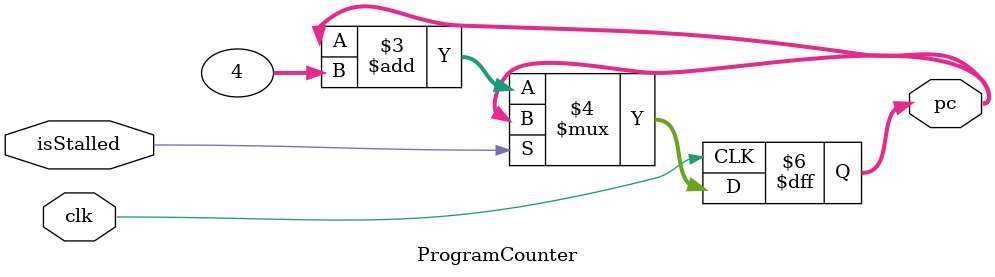
<source format=v>
module ProgramCounter(
  input clk,
  input isStalled,
  output reg [31:0]pc
);
  always @(posedge clk) begin
    if (isStalled == 0) begin
      pc <= pc + 4;
    end
  end 
endmodule

</source>
